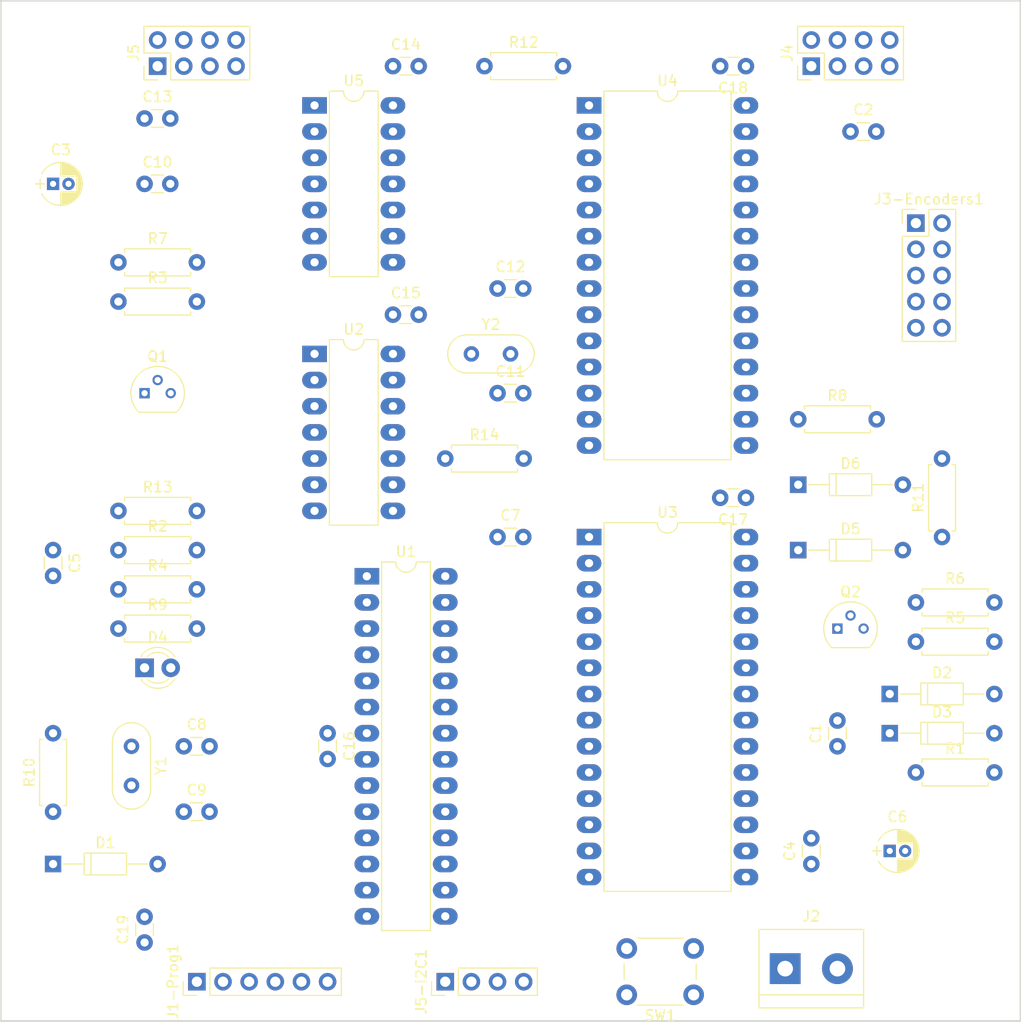
<source format=kicad_pcb>
(kicad_pcb (version 4) (host pcbnew 4.0.6)
  (layers (0 F.Cu signal) (1 Power5VMixedPlane mixed) (2 GroundPlane power) (31 B.Cu signal) (35 F.Paste user) (37 F.SilkS user) (39 F.Mask user) (44 Edge.Cuts user))
  (net 0 "")
  (net 1 "Net-(C1-Pad1)")
  (net 2 GND)
  (net 3 +5V)
  (net 4 "Net-(C5-Pad1)")
  (net 5 "Net-(C5-Pad2)")
  (net 6 "Net-(C7-Pad1)")
  (net 7 "Net-(C8-Pad2)")
  (net 8 "Net-(C9-Pad2)")
  (net 9 "Net-(C11-Pad1)")
  (net 10 "Net-(C12-Pad1)")
  (net 11 "Net-(C12-Pad2)")
  (net 12 "Net-(D1-Pad2)")
  (net 13 "Net-(D2-Pad2)")
  (net 14 "Net-(D3-Pad1)")
  (net 15 "Net-(D4-Pad2)")
  (net 16 "Net-(D5-Pad1)")
  (net 17 "Net-(D5-Pad2)")
  (net 18 "Net-(D6-Pad1)")
  (net 19 "Net-(J1-Prog1-Pad2)")
  (net 20 "Net-(J1-Prog1-Pad3)")
  (net 21 "Net-(J3-Encoders1-Pad1)")
  (net 22 "Net-(J3-Encoders1-Pad2)")
  (net 23 "Net-(J3-Encoders1-Pad3)")
  (net 24 "Net-(J3-Encoders1-Pad4)")
  (net 25 "Net-(J4-Pad1)")
  (net 26 "Net-(J4-Pad2)")
  (net 27 "Net-(J4-Pad3)")
  (net 28 "Net-(J4-Pad4)")
  (net 29 "Net-(J5-Pad1)")
  (net 30 "Net-(J5-Pad2)")
  (net 31 "Net-(J5-Pad3)")
  (net 32 "Net-(J5-Pad4)")
  (net 33 "Net-(J5-I2C1-Pad1)")
  (net 34 "Net-(J5-I2C1-Pad2)")
  (net 35 "Net-(Q1-Pad2)")
  (net 36 "Net-(Q1-Pad3)")
  (net 37 "Net-(Q2-Pad2)")
  (net 38 "Net-(Q2-Pad3)")
  (net 39 "Net-(R4-Pad2)")
  (net 40 "Net-(R9-Pad1)")
  (net 41 "Net-(U1-Pad15)")
  (net 42 "Net-(U1-Pad16)")
  (net 43 "Net-(U1-Pad17)")
  (net 44 "Net-(U1-Pad18)")
  (net 45 "Net-(U1-Pad5)")
  (net 46 "Net-(U1-Pad6)")
  (net 47 "Net-(U1-Pad11)")
  (net 48 "Net-(U1-Pad12)")
  (net 49 "Net-(U1-Pad13)")
  (net 50 "Net-(U1-Pad14)")
  (net 51 "Net-(U2-Pad8)")
  (net 52 "Net-(U2-Pad2)")
  (net 53 "Net-(U2-Pad10)")
  (net 54 "Net-(U2-Pad4)")
  (net 55 "Net-(U2-Pad12)")
  (net 56 "Net-(U1-Pad23)")
  (net 57 "Net-(U1-Pad25)")
  (net 58 "Net-(J3-Encoders1-Pad5)")
  (net 59 "Net-(J3-Encoders1-Pad6)")
  (module Capacitors_THT:CP_Radial_D4.0mm_P1.50mm (layer F.Cu) (at 109.22 33.02)
    (fp_text reference C3 (at 0.75 -3.31) (layer F.SilkS))
    (fp_text value 22uF)
    (pad 1 thru_hole rect (at 0 0) (size 1.2 1.2) (drill 0.6) (layers *.Cu *.Mask) (net 3 +5V))
    (pad 2 thru_hole circle (at 1.5 0) (size 1.2 1.2) (drill 0.6) (layers *.Cu *.Mask) (net 2 GND))
  )
  (module Capacitors_THT:CP_Radial_D4.0mm_P1.50mm (layer F.Cu) (at 190.5 97.79)
    (fp_text reference C6 (at 0.75 -3.31) (layer F.SilkS))
    (fp_text value 22uF)
    (pad 1 thru_hole rect (at 0 0) (size 1.2 1.2) (drill 0.6) (layers *.Cu *.Mask) (net 3 +5V))
    (pad 2 thru_hole circle (at 1.5 0) (size 1.2 1.2) (drill 0.6) (layers *.Cu *.Mask) (net 2 GND))
  )
  (module LEDs:LED_D3.0mm (layer F.Cu) (at 118.11 80.01)
    (fp_text reference D4 (at 1.27 -2.96) (layer F.SilkS))
    (fp_text value LED)
    (pad 1 thru_hole rect (at 0 0) (size 1.8 1.8) (drill 0.9) (layers *.Cu *.Mask) (net 2 GND))
    (pad 2 thru_hole circle (at 2.54 0) (size 1.8 1.8) (drill 0.9) (layers *.Cu *.Mask) (net 15 "Net-(D4-Pad2)"))
  )
  (module Pin_Headers:Pin_Header_Straight_1x06_Pitch2.54mm (layer F.Cu) (at 123.19 110.49 90)
    (fp_text reference J1-Prog1 (at 0 -2.33 90) (layer F.SilkS))
    (fp_text value "" hide)
    (pad 1 thru_hole rect (at 0 0 90) (size 1.7 1.7) (drill 1) (layers *.Cu *.Mask) (net 5 "Net-(C5-Pad2)"))
    (pad 2 thru_hole oval (at 0 2.54 90) (size 1.7 1.7) (drill 1) (layers *.Cu *.Mask) (net 19 "Net-(J1-Prog1-Pad2)"))
    (pad 3 thru_hole oval (at 0 5.08 90) (size 1.7 1.7) (drill 1) (layers *.Cu *.Mask) (net 20 "Net-(J1-Prog1-Pad3)"))
    (pad 4 thru_hole oval (at 0 7.62 90) (size 1.7 1.7) (drill 1) (layers *.Cu *.Mask) (net 12 "Net-(D1-Pad2)"))
    (pad 5 thru_hole oval (at 0 10.16 90) (size 1.7 1.7) (drill 1) (layers *.Cu *.Mask) (net 2 GND))
    (pad 6 thru_hole oval (at 0 12.7 90) (size 1.7 1.7) (drill 1) (layers *.Cu *.Mask) (net 2 GND))
  )
  (module Connectors:bornier2 (layer F.Cu) (at 180.34 109.22)
    (fp_text reference J2 (at 2.54 -5.08) (layer F.SilkS))
    (fp_text value "" hide)
    (pad 1 thru_hole rect (at 0 0) (size 3 3) (drill 1.52) (layers *.Cu *.Mask) (net 2 GND))
    (pad 2 thru_hole circle (at 5.08 0) (size 3 3) (drill 1.52) (layers *.Cu *.Mask) (net 3 +5V))
  )
  (module Pin_Headers:Pin_Header_Straight_2x04_Pitch2.54mm (layer F.Cu) (at 182.88 21.59 90)
    (fp_text reference J4 (at 1.27 -2.33 90) (layer F.SilkS))
    (fp_text value "" hide)
    (pad 1 thru_hole rect (at 0 0 90) (size 1.7 1.7) (drill 1) (layers *.Cu *.Mask) (net 25 "Net-(J4-Pad1)"))
    (pad 2 thru_hole oval (at 2.54 0 90) (size 1.7 1.7) (drill 1) (layers *.Cu *.Mask) (net 26 "Net-(J4-Pad2)"))
    (pad 3 thru_hole oval (at 0 2.54 90) (size 1.7 1.7) (drill 1) (layers *.Cu *.Mask) (net 27 "Net-(J4-Pad3)"))
    (pad 4 thru_hole oval (at 2.54 2.54 90) (size 1.7 1.7) (drill 1) (layers *.Cu *.Mask) (net 28 "Net-(J4-Pad4)"))
    (pad 5 thru_hole oval (at 0 5.08 90) (size 1.7 1.7) (drill 1) (layers *.Cu *.Mask) (net 3 +5V))
    (pad 6 thru_hole oval (at 2.54 5.08 90) (size 1.7 1.7) (drill 1) (layers *.Cu *.Mask) (net 3 +5V))
    (pad 7 thru_hole oval (at 0 7.62 90) (size 1.7 1.7) (drill 1) (layers *.Cu *.Mask) (net 2 GND))
    (pad 8 thru_hole oval (at 2.54 7.62 90) (size 1.7 1.7) (drill 1) (layers *.Cu *.Mask) (net 2 GND))
  )
  (module Pin_Headers:Pin_Header_Straight_2x04_Pitch2.54mm (layer F.Cu) (at 119.38 21.59 90)
    (fp_text reference J5 (at 1.27 -2.33 90) (layer F.SilkS))
    (fp_text value "" hide)
    (pad 1 thru_hole rect (at 0 0 90) (size 1.7 1.7) (drill 1) (layers *.Cu *.Mask) (net 29 "Net-(J5-Pad1)"))
    (pad 2 thru_hole oval (at 2.54 0 90) (size 1.7 1.7) (drill 1) (layers *.Cu *.Mask) (net 30 "Net-(J5-Pad2)"))
    (pad 3 thru_hole oval (at 0 2.54 90) (size 1.7 1.7) (drill 1) (layers *.Cu *.Mask) (net 31 "Net-(J5-Pad3)"))
    (pad 4 thru_hole oval (at 2.54 2.54 90) (size 1.7 1.7) (drill 1) (layers *.Cu *.Mask) (net 32 "Net-(J5-Pad4)"))
    (pad 5 thru_hole oval (at 0 5.08 90) (size 1.7 1.7) (drill 1) (layers *.Cu *.Mask) (net 3 +5V))
    (pad 6 thru_hole oval (at 2.54 5.08 90) (size 1.7 1.7) (drill 1) (layers *.Cu *.Mask) (net 3 +5V))
    (pad 7 thru_hole oval (at 0 7.62 90) (size 1.7 1.7) (drill 1) (layers *.Cu *.Mask) (net 2 GND))
    (pad 8 thru_hole oval (at 2.54 7.62 90) (size 1.7 1.7) (drill 1) (layers *.Cu *.Mask) (net 2 GND))
  )
  (module Pin_Headers:Pin_Header_Straight_1x04_Pitch2.54mm (layer F.Cu) (at 147.32 110.49 90)
    (fp_text reference J5-I2C1 (at 0 -2.33 90) (layer F.SilkS))
    (fp_text value "" hide)
    (pad 1 thru_hole rect (at 0 0 90) (size 1.7 1.7) (drill 1) (layers *.Cu *.Mask) (net 33 "Net-(J5-I2C1-Pad1)"))
    (pad 2 thru_hole oval (at 0 2.54 90) (size 1.7 1.7) (drill 1) (layers *.Cu *.Mask) (net 34 "Net-(J5-I2C1-Pad2)"))
    (pad 3 thru_hole oval (at 0 5.08 90) (size 1.7 1.7) (drill 1) (layers *.Cu *.Mask) (net 3 +5V))
    (pad 4 thru_hole oval (at 0 7.62 90) (size 1.7 1.7) (drill 1) (layers *.Cu *.Mask) (net 2 GND))
  )
  (module TO_SOT_Packages_THT:TO-92_Molded_Narrow (layer F.Cu) (at 118.11 53.34)
    (fp_text reference Q1 (at 1.27 -3.56) (layer F.SilkS))
    (fp_text value 2N3906)
    (pad 2 thru_hole circle (at 1.27 -1.27 90) (size 1 1) (drill 0.6) (layers *.Cu *.Mask) (net 35 "Net-(Q1-Pad2)"))
    (pad 3 thru_hole circle (at 2.54 0 90) (size 1 1) (drill 0.6) (layers *.Cu *.Mask) (net 36 "Net-(Q1-Pad3)"))
    (pad 1 thru_hole rect (at 0 0 90) (size 1 1) (drill 0.6) (layers *.Cu *.Mask) (net 3 +5V))
  )
  (module TO_SOT_Packages_THT:TO-92_Molded_Narrow (layer F.Cu) (at 185.42 76.2)
    (fp_text reference Q2 (at 1.27 -3.56) (layer F.SilkS))
    (fp_text value 2N3904)
    (pad 2 thru_hole circle (at 1.27 -1.27 90) (size 1 1) (drill 0.6) (layers *.Cu *.Mask) (net 37 "Net-(Q2-Pad2)"))
    (pad 3 thru_hole circle (at 2.54 0 90) (size 1 1) (drill 0.6) (layers *.Cu *.Mask) (net 38 "Net-(Q2-Pad3)"))
    (pad 1 thru_hole rect (at 0 0 90) (size 1 1) (drill 0.6) (layers *.Cu *.Mask) (net 2 GND))
  )
  (module Resistors_THT:R_Axial_DIN0207_L6.3mm_D2.5mm_P7.62mm_Horizontal (layer F.Cu) (at 193.04 90.17)
    (fp_text reference R1 (at 3.81 -2.31) (layer F.SilkS))
    (fp_text value 10K)
    (pad 1 thru_hole circle (at 0 0) (size 1.6 1.6) (drill 0.8) (layers *.Cu *.Mask) (net 3 +5V))
    (pad 2 thru_hole oval (at 7.62 0) (size 1.6 1.6) (drill 0.8) (layers *.Cu *.Mask) (net 13 "Net-(D2-Pad2)"))
  )
  (module Resistors_THT:R_Axial_DIN0207_L6.3mm_D2.5mm_P7.62mm_Horizontal (layer F.Cu) (at 115.57 68.58)
    (fp_text reference R2 (at 3.81 -2.31) (layer F.SilkS))
    (fp_text value 22K)
    (pad 1 thru_hole circle (at 0 0) (size 1.6 1.6) (drill 0.8) (layers *.Cu *.Mask) (net 4 "Net-(C5-Pad1)"))
    (pad 2 thru_hole oval (at 7.62 0) (size 1.6 1.6) (drill 0.8) (layers *.Cu *.Mask) (net 3 +5V))
  )
  (module Resistors_THT:R_Axial_DIN0207_L6.3mm_D2.5mm_P7.62mm_Horizontal (layer F.Cu) (at 115.57 44.45)
    (fp_text reference R3 (at 3.81 -2.31) (layer F.SilkS))
    (fp_text value 2K)
    (pad 1 thru_hole circle (at 0 0) (size 1.6 1.6) (drill 0.8) (layers *.Cu *.Mask) (net 3 +5V))
    (pad 2 thru_hole oval (at 7.62 0) (size 1.6 1.6) (drill 0.8) (layers *.Cu *.Mask) (net 35 "Net-(Q1-Pad2)"))
  )
  (module Resistors_THT:R_Axial_DIN0207_L6.3mm_D2.5mm_P7.62mm_Horizontal (layer F.Cu) (at 115.57 72.39)
    (fp_text reference R4 (at 3.81 -2.31) (layer F.SilkS))
    (fp_text value 10K)
    (pad 1 thru_hole circle (at 0 0) (size 1.6 1.6) (drill 0.8) (layers *.Cu *.Mask) (net 35 "Net-(Q1-Pad2)"))
    (pad 2 thru_hole oval (at 7.62 0) (size 1.6 1.6) (drill 0.8) (layers *.Cu *.Mask) (net 39 "Net-(R4-Pad2)"))
  )
  (module Resistors_THT:R_Axial_DIN0207_L6.3mm_D2.5mm_P7.62mm_Horizontal (layer F.Cu) (at 193.04 77.47)
    (fp_text reference R5 (at 3.81 -2.31) (layer F.SilkS))
    (fp_text value 10K)
    (pad 1 thru_hole circle (at 0 0) (size 1.6 1.6) (drill 0.8) (layers *.Cu *.Mask) (net 39 "Net-(R4-Pad2)"))
    (pad 2 thru_hole oval (at 7.62 0) (size 1.6 1.6) (drill 0.8) (layers *.Cu *.Mask) (net 37 "Net-(Q2-Pad2)"))
  )
  (module Resistors_THT:R_Axial_DIN0207_L6.3mm_D2.5mm_P7.62mm_Horizontal (layer F.Cu) (at 193.04 73.66)
    (fp_text reference R6 (at 3.81 -2.31) (layer F.SilkS))
    (fp_text value 2K)
    (pad 1 thru_hole circle (at 0 0) (size 1.6 1.6) (drill 0.8) (layers *.Cu *.Mask) (net 37 "Net-(Q2-Pad2)"))
    (pad 2 thru_hole oval (at 7.62 0) (size 1.6 1.6) (drill 0.8) (layers *.Cu *.Mask) (net 2 GND))
  )
  (module Resistors_THT:R_Axial_DIN0207_L6.3mm_D2.5mm_P7.62mm_Horizontal (layer F.Cu) (at 115.57 40.64)
    (fp_text reference R7 (at 3.81 -2.31) (layer F.SilkS))
    (fp_text value 1K)
    (pad 1 thru_hole circle (at 0 0) (size 1.6 1.6) (drill 0.8) (layers *.Cu *.Mask) (net 36 "Net-(Q1-Pad3)"))
    (pad 2 thru_hole oval (at 7.62 0) (size 1.6 1.6) (drill 0.8) (layers *.Cu *.Mask) (net 2 GND))
  )
  (module Resistors_THT:R_Axial_DIN0207_L6.3mm_D2.5mm_P7.62mm_Horizontal (layer F.Cu) (at 181.61 55.88)
    (fp_text reference R8 (at 3.81 -2.31) (layer F.SilkS))
    (fp_text value 1K)
    (pad 1 thru_hole circle (at 0 0) (size 1.6 1.6) (drill 0.8) (layers *.Cu *.Mask) (net 3 +5V))
    (pad 2 thru_hole oval (at 7.62 0) (size 1.6 1.6) (drill 0.8) (layers *.Cu *.Mask) (net 38 "Net-(Q2-Pad3)"))
  )
  (module Resistors_THT:R_Axial_DIN0207_L6.3mm_D2.5mm_P7.62mm_Horizontal (layer F.Cu) (at 115.57 76.2)
    (fp_text reference R9 (at 3.81 -2.31) (layer F.SilkS))
    (fp_text value 1K)
    (pad 1 thru_hole circle (at 0 0) (size 1.6 1.6) (drill 0.8) (layers *.Cu *.Mask) (net 40 "Net-(R9-Pad1)"))
    (pad 2 thru_hole oval (at 7.62 0) (size 1.6 1.6) (drill 0.8) (layers *.Cu *.Mask) (net 15 "Net-(D4-Pad2)"))
  )
  (module Resistors_THT:R_Axial_DIN0207_L6.3mm_D2.5mm_P7.62mm_Horizontal (layer F.Cu) (at 109.22 93.98 90)
    (fp_text reference R10 (at 3.81 -2.31 90) (layer F.SilkS))
    (fp_text value 1M)
    (pad 1 thru_hole circle (at 0 0 90) (size 1.6 1.6) (drill 0.8) (layers *.Cu *.Mask) (net 8 "Net-(C9-Pad2)"))
    (pad 2 thru_hole oval (at 7.62 0 90) (size 1.6 1.6) (drill 0.8) (layers *.Cu *.Mask) (net 7 "Net-(C8-Pad2)"))
  )
  (module Resistors_THT:R_Axial_DIN0207_L6.3mm_D2.5mm_P7.62mm_Horizontal (layer F.Cu) (at 195.58 67.31 90)
    (fp_text reference R11 (at 3.81 -2.31 90) (layer F.SilkS))
    (fp_text value 10K)
    (pad 1 thru_hole circle (at 0 0 90) (size 1.6 1.6) (drill 0.8) (layers *.Cu *.Mask) (net 17 "Net-(D5-Pad2)"))
    (pad 2 thru_hole oval (at 7.62 0 90) (size 1.6 1.6) (drill 0.8) (layers *.Cu *.Mask) (net 3 +5V))
  )
  (module Resistors_THT:R_Axial_DIN0207_L6.3mm_D2.5mm_P7.62mm_Horizontal (layer F.Cu) (at 151.13 21.59)
    (fp_text reference R12 (at 3.81 -2.31) (layer F.SilkS))
    (fp_text value R)
    (pad 1 thru_hole circle (at 0 0) (size 1.6 1.6) (drill 0.8) (layers *.Cu *.Mask) (net 3 +5V))
    (pad 2 thru_hole oval (at 7.62 0) (size 1.6 1.6) (drill 0.8) (layers *.Cu *.Mask) (net 22 "Net-(J3-Encoders1-Pad2)"))
  )
  (module Resistors_THT:R_Axial_DIN0207_L6.3mm_D2.5mm_P7.62mm_Horizontal (layer F.Cu) (at 115.57 64.77)
    (fp_text reference R13 (at 3.81 -2.31) (layer F.SilkS))
    (fp_text value R)
    (pad 1 thru_hole circle (at 0 0) (size 1.6 1.6) (drill 0.8) (layers *.Cu *.Mask) (net 3 +5V))
    (pad 2 thru_hole oval (at 7.62 0) (size 1.6 1.6) (drill 0.8) (layers *.Cu *.Mask) (net 21 "Net-(J3-Encoders1-Pad1)"))
  )
  (module Resistors_THT:R_Axial_DIN0207_L6.3mm_D2.5mm_P7.62mm_Horizontal (layer F.Cu) (at 147.32 59.69)
    (fp_text reference R14 (at 3.81 -2.31) (layer F.SilkS))
    (fp_text value 10M)
    (pad 1 thru_hole circle (at 0 0) (size 1.6 1.6) (drill 0.8) (layers *.Cu *.Mask) (net 10 "Net-(C12-Pad1)"))
    (pad 2 thru_hole oval (at 7.62 0) (size 1.6 1.6) (drill 0.8) (layers *.Cu *.Mask) (net 9 "Net-(C11-Pad1)"))
  )
  (module Buttons_Switches_THT:SW_PUSH_6mm (layer F.Cu) (at 171.45 111.76 180)
    (fp_text reference SW1 (at 3.25 -2 180) (layer F.SilkS))
    (fp_text value Reset)
    (pad 2 thru_hole circle (at 0 4.5 270) (size 2 2) (drill 1.1) (layers *.Cu *.Mask) (net 4 "Net-(C5-Pad1)"))
    (pad 1 thru_hole circle (at 0 0 270) (size 2 2) (drill 1.1) (layers *.Cu *.Mask) (net 2 GND))
    (pad 2 thru_hole circle (at 6.5 4.5 270) (size 2 2) (drill 1.1) (layers *.Cu *.Mask) (net 4 "Net-(C5-Pad1)"))
    (pad 1 thru_hole circle (at 6.5 0 270) (size 2 2) (drill 1.1) (layers *.Cu *.Mask) (net 2 GND))
  )
  (module Housings_DIP:DIP-28_W7.62mm_LongPads (layer F.Cu) (at 139.7 71.12)
    (fp_text reference U1 (at 3.81 -2.39) (layer F.SilkS))
    (fp_text value ATMEGA328P-PU)
    (pad 1 thru_hole rect (at 0 0) (size 2.4 1.6) (drill 0.8) (layers *.Cu *.Mask) (net 4 "Net-(C5-Pad1)"))
    (pad 15 thru_hole oval (at 7.62 33.02) (size 2.4 1.6) (drill 0.8) (layers *.Cu *.Mask) (net 41 "Net-(U1-Pad15)"))
    (pad 2 thru_hole oval (at 0 2.54) (size 2.4 1.6) (drill 0.8) (layers *.Cu *.Mask) (net 20 "Net-(J1-Prog1-Pad3)"))
    (pad 16 thru_hole oval (at 7.62 30.48) (size 2.4 1.6) (drill 0.8) (layers *.Cu *.Mask) (net 42 "Net-(U1-Pad16)"))
    (pad 3 thru_hole oval (at 0 5.08) (size 2.4 1.6) (drill 0.8) (layers *.Cu *.Mask) (net 19 "Net-(J1-Prog1-Pad2)"))
    (pad 17 thru_hole oval (at 7.62 27.94) (size 2.4 1.6) (drill 0.8) (layers *.Cu *.Mask) (net 43 "Net-(U1-Pad17)"))
    (pad 4 thru_hole oval (at 0 7.62) (size 2.4 1.6) (drill 0.8) (layers *.Cu *.Mask) (net 17 "Net-(D5-Pad2)"))
    (pad 18 thru_hole oval (at 7.62 25.4) (size 2.4 1.6) (drill 0.8) (layers *.Cu *.Mask) (net 44 "Net-(U1-Pad18)"))
    (pad 5 thru_hole oval (at 0 10.16) (size 2.4 1.6) (drill 0.8) (layers *.Cu *.Mask) (net 45 "Net-(U1-Pad5)"))
    (pad 19 thru_hole oval (at 7.62 22.86) (size 2.4 1.6) (drill 0.8) (layers *.Cu *.Mask) (net 40 "Net-(R9-Pad1)"))
    (pad 6 thru_hole oval (at 0 12.7) (size 2.4 1.6) (drill 0.8) (layers *.Cu *.Mask) (net 46 "Net-(U1-Pad6)"))
    (pad 20 thru_hole oval (at 7.62 20.32) (size 2.4 1.6) (drill 0.8) (layers *.Cu *.Mask) (net 3 +5V))
    (pad 7 thru_hole oval (at 0 15.24) (size 2.4 1.6) (drill 0.8) (layers *.Cu *.Mask) (net 3 +5V))
    (pad 21 thru_hole oval (at 7.62 17.78) (size 2.4 1.6) (drill 0.8) (layers *.Cu *.Mask) (net 6 "Net-(C7-Pad1)"))
    (pad 8 thru_hole oval (at 0 17.78) (size 2.4 1.6) (drill 0.8) (layers *.Cu *.Mask) (net 2 GND))
    (pad 22 thru_hole oval (at 7.62 15.24) (size 2.4 1.6) (drill 0.8) (layers *.Cu *.Mask) (net 2 GND))
    (pad 9 thru_hole oval (at 0 20.32) (size 2.4 1.6) (drill 0.8) (layers *.Cu *.Mask) (net 7 "Net-(C8-Pad2)"))
    (pad 23 thru_hole oval (at 7.62 12.7) (size 2.4 1.6) (drill 0.8) (layers *.Cu *.Mask) (net 56 "Net-(U1-Pad23)"))
    (pad 10 thru_hole oval (at 0 22.86) (size 2.4 1.6) (drill 0.8) (layers *.Cu *.Mask) (net 8 "Net-(C9-Pad2)"))
    (pad 24 thru_hole oval (at 7.62 10.16) (size 2.4 1.6) (drill 0.8) (layers *.Cu *.Mask) (net 14 "Net-(D3-Pad1)"))
    (pad 11 thru_hole oval (at 0 25.4) (size 2.4 1.6) (drill 0.8) (layers *.Cu *.Mask) (net 47 "Net-(U1-Pad11)"))
    (pad 25 thru_hole oval (at 7.62 7.62) (size 2.4 1.6) (drill 0.8) (layers *.Cu *.Mask) (net 57 "Net-(U1-Pad25)"))
    (pad 12 thru_hole oval (at 0 27.94) (size 2.4 1.6) (drill 0.8) (layers *.Cu *.Mask) (net 48 "Net-(U1-Pad12)"))
    (pad 26 thru_hole oval (at 7.62 5.08) (size 2.4 1.6) (drill 0.8) (layers *.Cu *.Mask) (net 39 "Net-(R4-Pad2)"))
    (pad 13 thru_hole oval (at 0 30.48) (size 2.4 1.6) (drill 0.8) (layers *.Cu *.Mask) (net 49 "Net-(U1-Pad13)"))
    (pad 27 thru_hole oval (at 7.62 2.54) (size 2.4 1.6) (drill 0.8) (layers *.Cu *.Mask) (net 33 "Net-(J5-I2C1-Pad1)"))
    (pad 14 thru_hole oval (at 0 33.02) (size 2.4 1.6) (drill 0.8) (layers *.Cu *.Mask) (net 50 "Net-(U1-Pad14)"))
    (pad 28 thru_hole oval (at 7.62 0) (size 2.4 1.6) (drill 0.8) (layers *.Cu *.Mask) (net 34 "Net-(J5-I2C1-Pad2)"))
  )
  (module Housings_DIP:DIP-14_W7.62mm_LongPads (layer F.Cu) (at 134.62 49.53)
    (fp_text reference U2 (at 3.81 -2.39) (layer F.SilkS))
    (fp_text value 74HC04)
    (pad 1 thru_hole rect (at 0 0) (size 2.4 1.6) (drill 0.8) (layers *.Cu *.Mask) (net 36 "Net-(Q1-Pad3)"))
    (pad 8 thru_hole oval (at 7.62 15.24) (size 2.4 1.6) (drill 0.8) (layers *.Cu *.Mask) (net 51 "Net-(U2-Pad8)"))
    (pad 2 thru_hole oval (at 0 2.54) (size 2.4 1.6) (drill 0.8) (layers *.Cu *.Mask) (net 52 "Net-(U2-Pad2)"))
    (pad 9 thru_hole oval (at 7.62 12.7) (size 2.4 1.6) (drill 0.8) (layers *.Cu *.Mask) (net 25 "Net-(J4-Pad1)"))
    (pad 3 thru_hole oval (at 0 5.08) (size 2.4 1.6) (drill 0.8) (layers *.Cu *.Mask) (net 45 "Net-(U1-Pad5)"))
    (pad 10 thru_hole oval (at 7.62 10.16) (size 2.4 1.6) (drill 0.8) (layers *.Cu *.Mask) (net 53 "Net-(U2-Pad10)"))
    (pad 4 thru_hole oval (at 0 7.62) (size 2.4 1.6) (drill 0.8) (layers *.Cu *.Mask) (net 54 "Net-(U2-Pad4)"))
    (pad 11 thru_hole oval (at 7.62 7.62) (size 2.4 1.6) (drill 0.8) (layers *.Cu *.Mask) (net 26 "Net-(J4-Pad2)"))
    (pad 5 thru_hole oval (at 0 10.16) (size 2.4 1.6) (drill 0.8) (layers *.Cu *.Mask) (net 9 "Net-(C11-Pad1)"))
    (pad 12 thru_hole oval (at 7.62 5.08) (size 2.4 1.6) (drill 0.8) (layers *.Cu *.Mask) (net 55 "Net-(U2-Pad12)"))
    (pad 6 thru_hole oval (at 0 12.7) (size 2.4 1.6) (drill 0.8) (layers *.Cu *.Mask) (net 10 "Net-(C12-Pad1)"))
    (pad 13 thru_hole oval (at 7.62 2.54) (size 2.4 1.6) (drill 0.8) (layers *.Cu *.Mask) (net 10 "Net-(C12-Pad1)"))
    (pad 7 thru_hole oval (at 0 15.24) (size 2.4 1.6) (drill 0.8) (layers *.Cu *.Mask) (net 2 GND))
    (pad 14 thru_hole oval (at 7.62 0) (size 2.4 1.6) (drill 0.8) (layers *.Cu *.Mask) (net 3 +5V))
  )
  (module Housings_DIP:DIP-28_W15.24mm_LongPads (layer F.Cu) (at 161.29 67.31)
    (fp_text reference U3 (at 7.62 -2.39) (layer F.SilkS))
    (fp_text value LM629)
    (pad 1 thru_hole rect (at 0 0) (size 2.4 1.6) (drill 0.8) (layers *.Cu *.Mask) (net 21 "Net-(J3-Encoders1-Pad1)"))
    (pad 15 thru_hole oval (at 15.24 33.02) (size 2.4 1.6) (drill 0.8) (layers *.Cu *.Mask) (net 38 "Net-(Q2-Pad3)"))
    (pad 2 thru_hole oval (at 0 2.54) (size 2.4 1.6) (drill 0.8) (layers *.Cu *.Mask) (net 23 "Net-(J3-Encoders1-Pad3)"))
    (pad 16 thru_hole oval (at 15.24 30.48) (size 2.4 1.6) (drill 0.8) (layers *.Cu *.Mask) (net 46 "Net-(U1-Pad6)"))
    (pad 3 thru_hole oval (at 0 5.08) (size 2.4 1.6) (drill 0.8) (layers *.Cu *.Mask) (net 58 "Net-(J3-Encoders1-Pad5)"))
    (pad 17 thru_hole oval (at 15.24 27.94) (size 2.4 1.6) (drill 0.8) (layers *.Cu *.Mask) (net 16 "Net-(D5-Pad1)"))
    (pad 4 thru_hole oval (at 0 7.62) (size 2.4 1.6) (drill 0.8) (layers *.Cu *.Mask) (net 47 "Net-(U1-Pad11)"))
    (pad 18 thru_hole oval (at 15.24 25.4) (size 2.4 1.6) (drill 0.8) (layers *.Cu *.Mask) (net 25 "Net-(J4-Pad1)"))
    (pad 5 thru_hole oval (at 0 10.16) (size 2.4 1.6) (drill 0.8) (layers *.Cu *.Mask) (net 48 "Net-(U1-Pad12)"))
    (pad 19 thru_hole oval (at 15.24 22.86) (size 2.4 1.6) (drill 0.8) (layers *.Cu *.Mask) (net 27 "Net-(J4-Pad3)"))
    (pad 6 thru_hole oval (at 0 12.7) (size 2.4 1.6) (drill 0.8) (layers *.Cu *.Mask) (net 49 "Net-(U1-Pad13)"))
    (pad 20 thru_hole oval (at 15.24 20.32) (size 2.4 1.6) (drill 0.8) (layers *.Cu *.Mask))
    (pad 7 thru_hole oval (at 0 15.24) (size 2.4 1.6) (drill 0.8) (layers *.Cu *.Mask) (net 50 "Net-(U1-Pad14)"))
    (pad 21 thru_hole oval (at 15.24 17.78) (size 2.4 1.6) (drill 0.8) (layers *.Cu *.Mask))
    (pad 8 thru_hole oval (at 0 17.78) (size 2.4 1.6) (drill 0.8) (layers *.Cu *.Mask) (net 41 "Net-(U1-Pad15)"))
    (pad 22 thru_hole oval (at 15.24 15.24) (size 2.4 1.6) (drill 0.8) (layers *.Cu *.Mask))
    (pad 9 thru_hole oval (at 0 20.32) (size 2.4 1.6) (drill 0.8) (layers *.Cu *.Mask) (net 42 "Net-(U1-Pad16)"))
    (pad 23 thru_hole oval (at 15.24 12.7) (size 2.4 1.6) (drill 0.8) (layers *.Cu *.Mask))
    (pad 10 thru_hole oval (at 0 22.86) (size 2.4 1.6) (drill 0.8) (layers *.Cu *.Mask) (net 43 "Net-(U1-Pad17)"))
    (pad 24 thru_hole oval (at 15.24 10.16) (size 2.4 1.6) (drill 0.8) (layers *.Cu *.Mask))
    (pad 11 thru_hole oval (at 0 25.4) (size 2.4 1.6) (drill 0.8) (layers *.Cu *.Mask) (net 44 "Net-(U1-Pad18)"))
    (pad 25 thru_hole oval (at 15.24 7.62) (size 2.4 1.6) (drill 0.8) (layers *.Cu *.Mask))
    (pad 12 thru_hole oval (at 0 27.94) (size 2.4 1.6) (drill 0.8) (layers *.Cu *.Mask) (net 45 "Net-(U1-Pad5)"))
    (pad 26 thru_hole oval (at 15.24 5.08) (size 2.4 1.6) (drill 0.8) (layers *.Cu *.Mask) (net 55 "Net-(U2-Pad12)"))
    (pad 13 thru_hole oval (at 0 30.48) (size 2.4 1.6) (drill 0.8) (layers *.Cu *.Mask) (net 52 "Net-(U2-Pad2)"))
    (pad 27 thru_hole oval (at 15.24 2.54) (size 2.4 1.6) (drill 0.8) (layers *.Cu *.Mask) (net 13 "Net-(D2-Pad2)"))
    (pad 14 thru_hole oval (at 0 33.02) (size 2.4 1.6) (drill 0.8) (layers *.Cu *.Mask) (net 2 GND))
    (pad 28 thru_hole oval (at 15.24 0) (size 2.4 1.6) (drill 0.8) (layers *.Cu *.Mask) (net 3 +5V))
  )
  (module Housings_DIP:DIP-28_W15.24mm_LongPads (layer F.Cu) (at 161.29 25.4)
    (fp_text reference U4 (at 7.62 -2.39) (layer F.SilkS))
    (fp_text value LM629)
    (pad 1 thru_hole rect (at 0 0) (size 2.4 1.6) (drill 0.8) (layers *.Cu *.Mask) (net 22 "Net-(J3-Encoders1-Pad2)"))
    (pad 15 thru_hole oval (at 15.24 33.02) (size 2.4 1.6) (drill 0.8) (layers *.Cu *.Mask) (net 38 "Net-(Q2-Pad3)"))
    (pad 2 thru_hole oval (at 0 2.54) (size 2.4 1.6) (drill 0.8) (layers *.Cu *.Mask) (net 24 "Net-(J3-Encoders1-Pad4)"))
    (pad 16 thru_hole oval (at 15.24 30.48) (size 2.4 1.6) (drill 0.8) (layers *.Cu *.Mask) (net 46 "Net-(U1-Pad6)"))
    (pad 3 thru_hole oval (at 0 5.08) (size 2.4 1.6) (drill 0.8) (layers *.Cu *.Mask) (net 59 "Net-(J3-Encoders1-Pad6)"))
    (pad 17 thru_hole oval (at 15.24 27.94) (size 2.4 1.6) (drill 0.8) (layers *.Cu *.Mask) (net 18 "Net-(D6-Pad1)"))
    (pad 4 thru_hole oval (at 0 7.62) (size 2.4 1.6) (drill 0.8) (layers *.Cu *.Mask) (net 47 "Net-(U1-Pad11)"))
    (pad 18 thru_hole oval (at 15.24 25.4) (size 2.4 1.6) (drill 0.8) (layers *.Cu *.Mask) (net 26 "Net-(J4-Pad2)"))
    (pad 5 thru_hole oval (at 0 10.16) (size 2.4 1.6) (drill 0.8) (layers *.Cu *.Mask) (net 48 "Net-(U1-Pad12)"))
    (pad 19 thru_hole oval (at 15.24 22.86) (size 2.4 1.6) (drill 0.8) (layers *.Cu *.Mask) (net 28 "Net-(J4-Pad4)"))
    (pad 6 thru_hole oval (at 0 12.7) (size 2.4 1.6) (drill 0.8) (layers *.Cu *.Mask) (net 49 "Net-(U1-Pad13)"))
    (pad 20 thru_hole oval (at 15.24 20.32) (size 2.4 1.6) (drill 0.8) (layers *.Cu *.Mask))
    (pad 7 thru_hole oval (at 0 15.24) (size 2.4 1.6) (drill 0.8) (layers *.Cu *.Mask) (net 50 "Net-(U1-Pad14)"))
    (pad 21 thru_hole oval (at 15.24 17.78) (size 2.4 1.6) (drill 0.8) (layers *.Cu *.Mask))
    (pad 8 thru_hole oval (at 0 17.78) (size 2.4 1.6) (drill 0.8) (layers *.Cu *.Mask) (net 41 "Net-(U1-Pad15)"))
    (pad 22 thru_hole oval (at 15.24 15.24) (size 2.4 1.6) (drill 0.8) (layers *.Cu *.Mask))
    (pad 9 thru_hole oval (at 0 20.32) (size 2.4 1.6) (drill 0.8) (layers *.Cu *.Mask) (net 42 "Net-(U1-Pad16)"))
    (pad 23 thru_hole oval (at 15.24 12.7) (size 2.4 1.6) (drill 0.8) (layers *.Cu *.Mask))
    (pad 10 thru_hole oval (at 0 22.86) (size 2.4 1.6) (drill 0.8) (layers *.Cu *.Mask) (net 43 "Net-(U1-Pad17)"))
    (pad 24 thru_hole oval (at 15.24 10.16) (size 2.4 1.6) (drill 0.8) (layers *.Cu *.Mask))
    (pad 11 thru_hole oval (at 0 25.4) (size 2.4 1.6) (drill 0.8) (layers *.Cu *.Mask) (net 44 "Net-(U1-Pad18)"))
    (pad 25 thru_hole oval (at 15.24 7.62) (size 2.4 1.6) (drill 0.8) (layers *.Cu *.Mask))
    (pad 12 thru_hole oval (at 0 27.94) (size 2.4 1.6) (drill 0.8) (layers *.Cu *.Mask) (net 54 "Net-(U2-Pad4)"))
    (pad 26 thru_hole oval (at 15.24 5.08) (size 2.4 1.6) (drill 0.8) (layers *.Cu *.Mask) (net 55 "Net-(U2-Pad12)"))
    (pad 13 thru_hole oval (at 0 30.48) (size 2.4 1.6) (drill 0.8) (layers *.Cu *.Mask) (net 52 "Net-(U2-Pad2)"))
    (pad 27 thru_hole oval (at 15.24 2.54) (size 2.4 1.6) (drill 0.8) (layers *.Cu *.Mask) (net 13 "Net-(D2-Pad2)"))
    (pad 14 thru_hole oval (at 0 33.02) (size 2.4 1.6) (drill 0.8) (layers *.Cu *.Mask) (net 2 GND))
    (pad 28 thru_hole oval (at 15.24 0) (size 2.4 1.6) (drill 0.8) (layers *.Cu *.Mask) (net 3 +5V))
  )
  (module Housings_DIP:DIP-14_W7.62mm_LongPads (layer F.Cu) (at 134.62 25.4)
    (fp_text reference U5 (at 3.81 -2.39) (layer F.SilkS))
    (fp_text value 74HCT00)
    (pad 1 thru_hole rect (at 0 0) (size 2.4 1.6) (drill 0.8) (layers *.Cu *.Mask) (net 27 "Net-(J4-Pad3)"))
    (pad 8 thru_hole oval (at 7.62 15.24) (size 2.4 1.6) (drill 0.8) (layers *.Cu *.Mask) (net 32 "Net-(J5-Pad4)"))
    (pad 2 thru_hole oval (at 0 2.54) (size 2.4 1.6) (drill 0.8) (layers *.Cu *.Mask) (net 51 "Net-(U2-Pad8)"))
    (pad 9 thru_hole oval (at 7.62 12.7) (size 2.4 1.6) (drill 0.8) (layers *.Cu *.Mask) (net 28 "Net-(J4-Pad4)"))
    (pad 3 thru_hole oval (at 0 5.08) (size 2.4 1.6) (drill 0.8) (layers *.Cu *.Mask) (net 31 "Net-(J5-Pad3)"))
    (pad 10 thru_hole oval (at 7.62 10.16) (size 2.4 1.6) (drill 0.8) (layers *.Cu *.Mask) (net 53 "Net-(U2-Pad10)"))
    (pad 4 thru_hole oval (at 0 7.62) (size 2.4 1.6) (drill 0.8) (layers *.Cu *.Mask) (net 27 "Net-(J4-Pad3)"))
    (pad 11 thru_hole oval (at 7.62 7.62) (size 2.4 1.6) (drill 0.8) (layers *.Cu *.Mask) (net 30 "Net-(J5-Pad2)"))
    (pad 5 thru_hole oval (at 0 10.16) (size 2.4 1.6) (drill 0.8) (layers *.Cu *.Mask) (net 25 "Net-(J4-Pad1)"))
    (pad 12 thru_hole oval (at 7.62 5.08) (size 2.4 1.6) (drill 0.8) (layers *.Cu *.Mask) (net 28 "Net-(J4-Pad4)"))
    (pad 6 thru_hole oval (at 0 12.7) (size 2.4 1.6) (drill 0.8) (layers *.Cu *.Mask) (net 29 "Net-(J5-Pad1)"))
    (pad 13 thru_hole oval (at 7.62 2.54) (size 2.4 1.6) (drill 0.8) (layers *.Cu *.Mask) (net 26 "Net-(J4-Pad2)"))
    (pad 7 thru_hole oval (at 0 15.24) (size 2.4 1.6) (drill 0.8) (layers *.Cu *.Mask) (net 2 GND))
    (pad 14 thru_hole oval (at 7.62 0) (size 2.4 1.6) (drill 0.8) (layers *.Cu *.Mask) (net 3 +5V))
  )
  (module Crystals:Crystal_HC52-8mm_Vertical (layer F.Cu) (at 116.84 87.63 270)
    (fp_text reference Y1 (at 1.9 -2.85 270) (layer F.SilkS))
    (fp_text value 16MHz)
    (pad 1 thru_hole circle (at 0 0 270) (size 1.5 1.5) (drill 0.8) (layers *.Cu *.Mask) (net 7 "Net-(C8-Pad2)"))
    (pad 2 thru_hole circle (at 3.8 0 270) (size 1.5 1.5) (drill 0.8) (layers *.Cu *.Mask) (net 8 "Net-(C9-Pad2)"))
  )
  (module Crystals:Crystal_HC52-8mm_Vertical (layer F.Cu) (at 149.86 49.53)
    (fp_text reference Y2 (at 1.9 -2.85) (layer F.SilkS))
    (fp_text value 8MHz)
    (pad 1 thru_hole circle (at 0 0) (size 1.5 1.5) (drill 0.8) (layers *.Cu *.Mask) (net 9 "Net-(C11-Pad1)"))
    (pad 2 thru_hole circle (at 3.8 0) (size 1.5 1.5) (drill 0.8) (layers *.Cu *.Mask) (net 11 "Net-(C12-Pad2)"))
  )
  (module Capacitors_THT:C_Disc_D3.0mm_W1.6mm_P2.50mm (layer F.Cu) (at 185.42 87.63 90)
    (fp_text reference C1 (at 1.25 -2.11 90) (layer F.SilkS))
    (fp_text value 0.1uF)
    (pad 1 thru_hole circle (at 0 0 90) (size 1.6 1.6) (drill 0.8) (layers *.Cu *.Mask) (net 1 "Net-(C1-Pad1)"))
    (pad 2 thru_hole circle (at 2.5 0 90) (size 1.6 1.6) (drill 0.8) (layers *.Cu *.Mask) (net 2 GND))
  )
  (module Capacitors_THT:C_Disc_D3.0mm_W1.6mm_P2.50mm (layer F.Cu) (at 186.69 27.94)
    (fp_text reference C2 (at 1.25 -2.11) (layer F.SilkS))
    (fp_text value 0.1uF)
    (pad 1 thru_hole circle (at 0 0) (size 1.6 1.6) (drill 0.8) (layers *.Cu *.Mask) (net 3 +5V))
    (pad 2 thru_hole circle (at 2.5 0) (size 1.6 1.6) (drill 0.8) (layers *.Cu *.Mask) (net 2 GND))
  )
  (module Capacitors_THT:C_Disc_D3.0mm_W1.6mm_P2.50mm (layer F.Cu) (at 182.88 99.06 90)
    (fp_text reference C4 (at 1.25 -2.11 90) (layer F.SilkS))
    (fp_text value 0.1uF)
    (pad 1 thru_hole circle (at 0 0 90) (size 1.6 1.6) (drill 0.8) (layers *.Cu *.Mask) (net 3 +5V))
    (pad 2 thru_hole circle (at 2.5 0 90) (size 1.6 1.6) (drill 0.8) (layers *.Cu *.Mask) (net 2 GND))
  )
  (module Capacitors_THT:C_Disc_D3.0mm_W1.6mm_P2.50mm (layer F.Cu) (at 109.22 68.58 270)
    (fp_text reference C5 (at 1.25 -2.11 270) (layer F.SilkS))
    (fp_text value 0.1uF)
    (pad 1 thru_hole circle (at 0 0 270) (size 1.6 1.6) (drill 0.8) (layers *.Cu *.Mask) (net 4 "Net-(C5-Pad1)"))
    (pad 2 thru_hole circle (at 2.5 0 270) (size 1.6 1.6) (drill 0.8) (layers *.Cu *.Mask) (net 5 "Net-(C5-Pad2)"))
  )
  (module Capacitors_THT:C_Disc_D3.0mm_W1.6mm_P2.50mm (layer F.Cu) (at 152.4 67.31)
    (fp_text reference C7 (at 1.25 -2.11) (layer F.SilkS))
    (fp_text value 0.1uF)
    (pad 1 thru_hole circle (at 0 0) (size 1.6 1.6) (drill 0.8) (layers *.Cu *.Mask) (net 6 "Net-(C7-Pad1)"))
    (pad 2 thru_hole circle (at 2.5 0) (size 1.6 1.6) (drill 0.8) (layers *.Cu *.Mask) (net 2 GND))
  )
  (module Capacitors_THT:C_Disc_D3.0mm_W1.6mm_P2.50mm (layer F.Cu) (at 121.92 87.63)
    (fp_text reference C8 (at 1.25 -2.11) (layer F.SilkS))
    (fp_text value 22pF)
    (pad 1 thru_hole circle (at 0 0) (size 1.6 1.6) (drill 0.8) (layers *.Cu *.Mask) (net 2 GND))
    (pad 2 thru_hole circle (at 2.5 0) (size 1.6 1.6) (drill 0.8) (layers *.Cu *.Mask) (net 7 "Net-(C8-Pad2)"))
  )
  (module Capacitors_THT:C_Disc_D3.0mm_W1.6mm_P2.50mm (layer F.Cu) (at 121.92 93.98)
    (fp_text reference C9 (at 1.25 -2.11) (layer F.SilkS))
    (fp_text value 22pF)
    (pad 1 thru_hole circle (at 0 0) (size 1.6 1.6) (drill 0.8) (layers *.Cu *.Mask) (net 2 GND))
    (pad 2 thru_hole circle (at 2.5 0) (size 1.6 1.6) (drill 0.8) (layers *.Cu *.Mask) (net 8 "Net-(C9-Pad2)"))
  )
  (module Capacitors_THT:C_Disc_D3.0mm_W1.6mm_P2.50mm (layer F.Cu) (at 118.11 33.02)
    (fp_text reference C10 (at 1.25 -2.11) (layer F.SilkS))
    (fp_text value 0.1uF)
    (pad 1 thru_hole circle (at 0 0) (size 1.6 1.6) (drill 0.8) (layers *.Cu *.Mask) (net 2 GND))
    (pad 2 thru_hole circle (at 2.5 0) (size 1.6 1.6) (drill 0.8) (layers *.Cu *.Mask) (net 3 +5V))
  )
  (module Capacitors_THT:C_Disc_D3.0mm_W1.6mm_P2.50mm (layer F.Cu) (at 152.4 53.34)
    (fp_text reference C11 (at 1.25 -2.11) (layer F.SilkS))
    (fp_text value 68pF)
    (pad 1 thru_hole circle (at 0 0) (size 1.6 1.6) (drill 0.8) (layers *.Cu *.Mask) (net 9 "Net-(C11-Pad1)"))
    (pad 2 thru_hole circle (at 2.5 0) (size 1.6 1.6) (drill 0.8) (layers *.Cu *.Mask) (net 2 GND))
  )
  (module Capacitors_THT:C_Disc_D3.0mm_W1.6mm_P2.50mm (layer F.Cu) (at 152.4 43.18)
    (fp_text reference C12 (at 1.25 -2.11) (layer F.SilkS))
    (fp_text value 22pF)
    (pad 1 thru_hole circle (at 0 0) (size 1.6 1.6) (drill 0.8) (layers *.Cu *.Mask) (net 10 "Net-(C12-Pad1)"))
    (pad 2 thru_hole circle (at 2.5 0) (size 1.6 1.6) (drill 0.8) (layers *.Cu *.Mask) (net 11 "Net-(C12-Pad2)"))
  )
  (module Capacitors_THT:C_Disc_D3.0mm_W1.6mm_P2.50mm (layer F.Cu) (at 118.11 26.67)
    (fp_text reference C13 (at 1.25 -2.11) (layer F.SilkS))
    (fp_text value 0.1uF)
    (pad 1 thru_hole circle (at 0 0) (size 1.6 1.6) (drill 0.8) (layers *.Cu *.Mask) (net 2 GND))
    (pad 2 thru_hole circle (at 2.5 0) (size 1.6 1.6) (drill 0.8) (layers *.Cu *.Mask) (net 3 +5V))
  )
  (module Capacitors_THT:C_Disc_D3.0mm_W1.6mm_P2.50mm (layer F.Cu) (at 142.24 21.59)
    (fp_text reference C14 (at 1.25 -2.11) (layer F.SilkS))
    (fp_text value 10nF)
    (pad 1 thru_hole circle (at 0 0) (size 1.6 1.6) (drill 0.8) (layers *.Cu *.Mask) (net 3 +5V))
    (pad 2 thru_hole circle (at 2.5 0) (size 1.6 1.6) (drill 0.8) (layers *.Cu *.Mask) (net 2 GND))
  )
  (module Capacitors_THT:C_Disc_D3.0mm_W1.6mm_P2.50mm (layer F.Cu) (at 142.24 45.72)
    (fp_text reference C15 (at 1.25 -2.11) (layer F.SilkS))
    (fp_text value 10nF)
    (pad 1 thru_hole circle (at 0 0) (size 1.6 1.6) (drill 0.8) (layers *.Cu *.Mask) (net 3 +5V))
    (pad 2 thru_hole circle (at 2.5 0) (size 1.6 1.6) (drill 0.8) (layers *.Cu *.Mask) (net 2 GND))
  )
  (module Capacitors_THT:C_Disc_D3.0mm_W1.6mm_P2.50mm (layer F.Cu) (at 135.89 86.36 270)
    (fp_text reference C16 (at 1.25 -2.11 270) (layer F.SilkS))
    (fp_text value 10nF)
    (pad 1 thru_hole circle (at 0 0 270) (size 1.6 1.6) (drill 0.8) (layers *.Cu *.Mask) (net 3 +5V))
    (pad 2 thru_hole circle (at 2.5 0 270) (size 1.6 1.6) (drill 0.8) (layers *.Cu *.Mask) (net 2 GND))
  )
  (module Capacitors_THT:C_Disc_D3.0mm_W1.6mm_P2.50mm (layer F.Cu) (at 176.53 63.5 180)
    (fp_text reference C17 (at 1.25 -2.11 180) (layer F.SilkS))
    (fp_text value 10nF)
    (pad 1 thru_hole circle (at 0 0 180) (size 1.6 1.6) (drill 0.8) (layers *.Cu *.Mask) (net 3 +5V))
    (pad 2 thru_hole circle (at 2.5 0 180) (size 1.6 1.6) (drill 0.8) (layers *.Cu *.Mask) (net 2 GND))
  )
  (module Capacitors_THT:C_Disc_D3.0mm_W1.6mm_P2.50mm (layer F.Cu) (at 176.53 21.59 180)
    (fp_text reference C18 (at 1.25 -2.11 180) (layer F.SilkS))
    (fp_text value 10nF)
    (pad 1 thru_hole circle (at 0 0 180) (size 1.6 1.6) (drill 0.8) (layers *.Cu *.Mask) (net 3 +5V))
    (pad 2 thru_hole circle (at 2.5 0 180) (size 1.6 1.6) (drill 0.8) (layers *.Cu *.Mask) (net 2 GND))
  )
  (module Capacitors_THT:C_Disc_D3.0mm_W1.6mm_P2.50mm (layer F.Cu) (at 118.11 106.68 90)
    (fp_text reference C19 (at 1.25 -2.11 90) (layer F.SilkS))
    (fp_text value 10nF)
    (pad 1 thru_hole circle (at 0 0 90) (size 1.6 1.6) (drill 0.8) (layers *.Cu *.Mask) (net 3 +5V))
    (pad 2 thru_hole circle (at 2.5 0 90) (size 1.6 1.6) (drill 0.8) (layers *.Cu *.Mask) (net 2 GND))
  )
  (module Diodes_THT:D_DO-35_SOD27_P10.16mm_Horizontal (layer F.Cu) (at 109.22 99.06)
    (fp_text reference D1 (at 5.08 -2.06) (layer F.SilkS))
    (fp_text value 1N5817)
    (pad 1 thru_hole rect (at 0 0) (size 1.6 1.6) (drill 0.8) (layers *.Cu *.Mask) (net 3 +5V))
    (pad 2 thru_hole oval (at 10.16 0) (size 1.6 1.6) (drill 0.8) (layers *.Cu *.Mask) (net 12 "Net-(D1-Pad2)"))
  )
  (module Diodes_THT:D_DO-35_SOD27_P10.16mm_Horizontal (layer F.Cu) (at 190.5 82.55)
    (fp_text reference D2 (at 5.08 -2.06) (layer F.SilkS))
    (fp_text value 1N60P)
    (pad 1 thru_hole rect (at 0 0) (size 1.6 1.6) (drill 0.8) (layers *.Cu *.Mask) (net 1 "Net-(C1-Pad1)"))
    (pad 2 thru_hole oval (at 10.16 0) (size 1.6 1.6) (drill 0.8) (layers *.Cu *.Mask) (net 13 "Net-(D2-Pad2)"))
  )
  (module Diodes_THT:D_DO-35_SOD27_P10.16mm_Horizontal (layer F.Cu) (at 190.5 86.36)
    (fp_text reference D3 (at 5.08 -2.06) (layer F.SilkS))
    (fp_text value 1N60P)
    (pad 1 thru_hole rect (at 0 0) (size 1.6 1.6) (drill 0.8) (layers *.Cu *.Mask) (net 14 "Net-(D3-Pad1)"))
    (pad 2 thru_hole oval (at 10.16 0) (size 1.6 1.6) (drill 0.8) (layers *.Cu *.Mask) (net 13 "Net-(D2-Pad2)"))
  )
  (module Diodes_THT:D_DO-35_SOD27_P10.16mm_Horizontal (layer F.Cu) (at 181.61 68.58)
    (fp_text reference D5 (at 5.08 -2.06) (layer F.SilkS))
    (fp_text value 1N60P)
    (pad 1 thru_hole rect (at 0 0) (size 1.6 1.6) (drill 0.8) (layers *.Cu *.Mask) (net 16 "Net-(D5-Pad1)"))
    (pad 2 thru_hole oval (at 10.16 0) (size 1.6 1.6) (drill 0.8) (layers *.Cu *.Mask) (net 17 "Net-(D5-Pad2)"))
  )
  (module Diodes_THT:D_DO-35_SOD27_P10.16mm_Horizontal (layer F.Cu) (at 181.61 62.23)
    (fp_text reference D6 (at 5.08 -2.06) (layer F.SilkS))
    (fp_text value 1N60P)
    (pad 1 thru_hole rect (at 0 0) (size 1.6 1.6) (drill 0.8) (layers *.Cu *.Mask) (net 18 "Net-(D6-Pad1)"))
    (pad 2 thru_hole oval (at 10.16 0) (size 1.6 1.6) (drill 0.8) (layers *.Cu *.Mask) (net 17 "Net-(D5-Pad2)"))
  )
  (module Pin_Headers:Pin_Header_Straight_2x05_Pitch2.54mm (layer F.Cu) (at 193.04 36.83)
    (fp_text reference J3-Encoders1 (at 1.27 -2.33) (layer F.SilkS))
    (fp_text value "" hide)
    (pad 1 thru_hole rect (at 0 0) (size 1.7 1.7) (drill 1) (layers *.Cu *.Mask) (net 21 "Net-(J3-Encoders1-Pad1)"))
    (pad 2 thru_hole oval (at 2.54 0) (size 1.7 1.7) (drill 1) (layers *.Cu *.Mask) (net 22 "Net-(J3-Encoders1-Pad2)"))
    (pad 3 thru_hole oval (at 0 2.54) (size 1.7 1.7) (drill 1) (layers *.Cu *.Mask) (net 23 "Net-(J3-Encoders1-Pad3)"))
    (pad 4 thru_hole oval (at 2.54 2.54) (size 1.7 1.7) (drill 1) (layers *.Cu *.Mask) (net 24 "Net-(J3-Encoders1-Pad4)"))
    (pad 5 thru_hole oval (at 0 5.08) (size 1.7 1.7) (drill 1) (layers *.Cu *.Mask) (net 58 "Net-(J3-Encoders1-Pad5)"))
    (pad 6 thru_hole oval (at 2.54 5.08) (size 1.7 1.7) (drill 1) (layers *.Cu *.Mask) (net 59 "Net-(J3-Encoders1-Pad6)"))
    (pad 7 thru_hole oval (at 0 7.62) (size 1.7 1.7) (drill 1) (layers *.Cu *.Mask) (net 3 +5V))
    (pad 8 thru_hole oval (at 2.54 7.62) (size 1.7 1.7) (drill 1) (layers *.Cu *.Mask) (net 3 +5V))
    (pad 9 thru_hole oval (at 0 10.16) (size 1.7 1.7) (drill 1) (layers *.Cu *.Mask) (net 2 GND))
    (pad 10 thru_hole oval (at 2.54 10.16) (size 1.7 1.7) (drill 1) (layers *.Cu *.Mask) (net 2 GND))
  )
  (module Mounting_Holes:MountingHole_3.5mm (layer F.Cu) (at 109.22 20.32)
    (fp_text reference "" hide)
    (fp_text value "" hide)
    (pad 1 np_thru_hole circle (at 0 0) (size 3.5 3.5) (drill 3.5) (layers *.Cu *.Mask))
  )
  (module Mounting_Holes:MountingHole_3.5mm (layer F.Cu) (at 198.12 20.32)
    (fp_text reference "" hide)
    (fp_text value "" hide)
    (pad 1 np_thru_hole circle (at 0 0) (size 3.5 3.5) (drill 3.5) (layers *.Cu *.Mask))
  )
  (module Mounting_Holes:MountingHole_3.5mm (layer F.Cu) (at 198.12 109.22)
    (fp_text reference "" hide)
    (fp_text value "" hide)
    (pad 1 np_thru_hole circle (at 0 0) (size 3.5 3.5) (drill 3.5) (layers *.Cu *.Mask))
  )
  (module Mounting_Holes:MountingHole_3.5mm (layer F.Cu) (at 109.22 109.22)
    (fp_text reference "" hide)
    (fp_text value "" hide)
    (pad 1 np_thru_hole circle (at 0 0) (size 3.5 3.5) (drill 3.5) (layers *.Cu *.Mask))
  )
  (gr_line (start 104.14 114.3) (end 104.14 15.24) (angle 90) (layer Edge.Cuts) (width 0.15))
  (gr_line (start 203.2 114.3) (end 104.14 114.3) (angle 90) (layer Edge.Cuts) (width 0.15))
  (gr_line (start 203.2 15.24) (end 203.2 114.3) (angle 90) (layer Edge.Cuts) (width 0.15))
  (gr_line (start 104.14 15.24) (end 203.2 15.24) (angle 90) (layer Edge.Cuts) (width 0.15))
)
</source>
